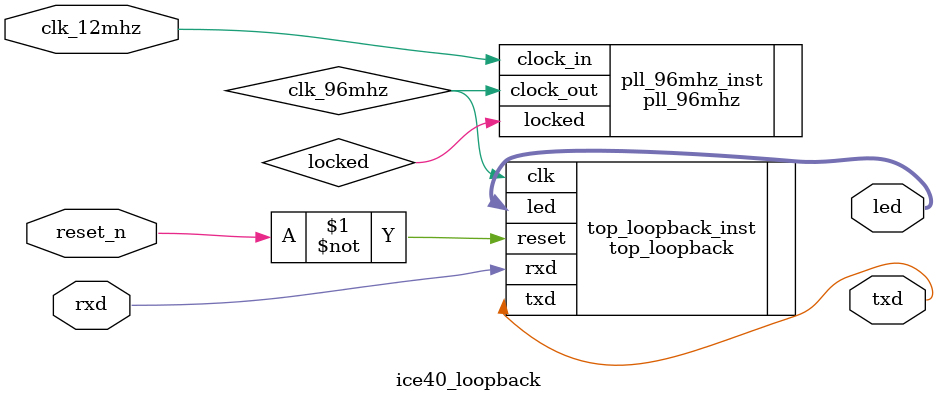
<source format=v>
/*
*****************************
* MODULE : ice40_loopback
*
* This module is a test of a uart.
* It is configured as a loopback so
* the RX is tied to the TX. The LEDs
* display the received bytes.  This module
* will also allow us to test determine
* the maximum baud rate.
*
* Target Board: iCE40HX-8K Breakout Board.
*
* Author : Brandon Bloodget
*
*****************************
*/
// Force error when implicit net has no type.
`default_nettype none

module ice40_loopback #
(
    parameter integer CLK_FREQUENCY = 96_000_000,
    parameter integer BAUD = 12_000_000,
    parameter integer NUM_LEDS = 8
)
(
    input wire clk_12mhz,
    // reset on J2, short pin 40(gnd) to pin 38(B16)
    // TODO : Need to add internal pullup to reset_n
    input wire reset_n,
    input wire rxd,

    output wire txd,
    output reg [NUM_LEDS-1:0] led
);

/*
*****************************
* Signals
*****************************
*/

wire clk_96mhz;
wire locked;

/*
*****************************
* Instantiations
*****************************
*/

pll_96mhz pll_96mhz_inst (
    .clock_in(clk_12mhz),
    .clock_out(clk_96mhz),
    .locked(locked)
);

top_loopback #
(
    .CLK_FREQUENCY(CLK_FREQUENCY),
    .BAUD(BAUD),
    .NUM_LEDS(NUM_LEDS)
) top_loopback_inst
(
    .clk(clk_96mhz),
    .reset(~reset_n),
    .rxd(rxd),
    .txd(txd),
    .led(led)
);

endmodule


</source>
